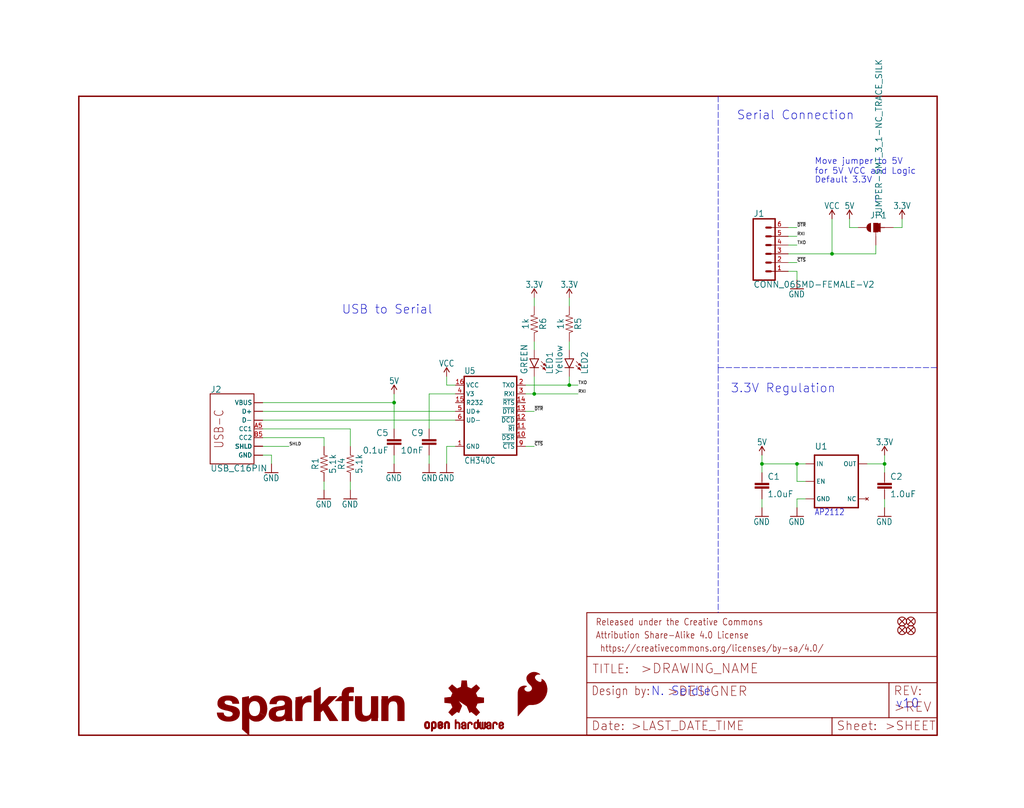
<source format=kicad_sch>
(kicad_sch (version 20211123) (generator eeschema)
  (paper "User" 297.002 234.518)
  (lib_symbols
    (symbol "eagleSchem-eagle-import:0.1UF-0603-25V-(+80{slash}-20%)"
      (property "Reference" "C" (at 1.524 2.921 0))
      (property "Value" "0.1UF-0603-25V-(+80{slash}-20%)" (at 1.524 -2.159 0))
      (symbol "0.1UF-0603-25V-(+80{slash}-20%)_1_0"
        (pin passive line (at 0 5.08 270) (length 2.54) (name "1") (number "1"))
        (pin passive line (at 0 -2.54 90) (length 2.54) (name "2") (number "2"))
      )
    )
    (symbol "eagleSchem-eagle-import:1.0UF-0603-16V-10%"
      (property "Reference" "C" (at 1.524 2.921 0))
      (property "Value" "1.0UF-0603-16V-10%" (at 1.524 -2.159 0))
      (symbol "1.0UF-0603-16V-10%_1_0"
        (pin passive line (at 0 5.08 270) (length 2.54) (name "1") (number "1"))
        (pin passive line (at 0 -2.54 90) (length 2.54) (name "2") (number "2"))
      )
    )
    (symbol "eagleSchem-eagle-import:10NF-0603-50V-10%"
      (property "Reference" "C" (at 1.524 2.921 0))
      (property "Value" "10NF-0603-50V-10%" (at 1.524 -2.159 0))
      (symbol "10NF-0603-50V-10%_1_0"
        (pin passive line (at 0 5.08 270) (length 2.54) (name "1") (number "1"))
        (pin passive line (at 0 -2.54 90) (length 2.54) (name "2") (number "2"))
      )
    )
    (symbol "eagleSchem-eagle-import:1KOHM-0603-1{slash}10W-1%"
      (property "Reference" "R" (at 0 1.524 0))
      (property "Value" "1KOHM-0603-1{slash}10W-1%" (at 0 -1.524 0))
      (symbol "1KOHM-0603-1{slash}10W-1%_1_0"
        (pin passive line (at -5.08 0 0) (length 2.54) (name "1") (number "1"))
        (pin passive line (at 5.08 0 180) (length 2.54) (name "2") (number "2"))
      )
    )
    (symbol "eagleSchem-eagle-import:3.3V" (power)
      (property "Value" "3.3V" (at 0 2.794 0))
      (symbol "3.3V_1_0"
        (pin power_in line (at 0 0 90) (length 2.54) (name "3.3V") (number "1"))
      )
    )
    (symbol "eagleSchem-eagle-import:5.1KOHM5.1KOHM-0603-1{slash}10W-1%"
      (property "Reference" "R" (at 0 1.524 0))
      (property "Value" "5.1KOHM5.1KOHM-0603-1{slash}10W-1%" (at 0 -1.524 0))
      (symbol "5.1KOHM5.1KOHM-0603-1{slash}10W-1%_1_0"
        (pin passive line (at -5.08 0 0) (length 2.54) (name "1") (number "1"))
        (pin passive line (at 5.08 0 180) (length 2.54) (name "2") (number "2"))
      )
    )
    (symbol "eagleSchem-eagle-import:5V" (power)
      (property "Value" "5V" (at 0 2.794 0))
      (symbol "5V_1_0"
        (pin power_in line (at 0 0 90) (length 2.54) (name "5V") (number "1"))
      )
    )
    (symbol "eagleSchem-eagle-import:CH340C"
      (property "Reference" "U" (at -7.62 10.795 0))
      (property "Value" "CH340C" (at -7.62 -15.24 0))
      (symbol "CH340C_1_0"
        (pin bidirectional line (at -10.16 -10.16 0) (length 2.54) (name "GND") (number "1"))
        (pin bidirectional line (at 10.16 -7.62 180) (length 2.54) (name "~{DSR}") (number "10"))
        (pin bidirectional line (at 10.16 -5.08 180) (length 2.54) (name "~{RI}") (number "11"))
        (pin bidirectional line (at 10.16 -2.54 180) (length 2.54) (name "~{DCD}") (number "12"))
        (pin bidirectional line (at 10.16 0 180) (length 2.54) (name "~{DTR}") (number "13"))
        (pin bidirectional line (at 10.16 2.54 180) (length 2.54) (name "~{RTS}") (number "14"))
        (pin bidirectional line (at -10.16 2.54 0) (length 2.54) (name "R232") (number "15"))
        (pin bidirectional line (at -10.16 7.62 0) (length 2.54) (name "VCC") (number "16"))
        (pin bidirectional line (at 10.16 7.62 180) (length 2.54) (name "TXO") (number "2"))
        (pin bidirectional line (at 10.16 5.08 180) (length 2.54) (name "RXI") (number "3"))
        (pin bidirectional line (at -10.16 5.08 0) (length 2.54) (name "V3") (number "4"))
        (pin bidirectional line (at -10.16 0 0) (length 2.54) (name "UD+") (number "5"))
        (pin bidirectional line (at -10.16 -2.54 0) (length 2.54) (name "UD-") (number "6"))
        (pin bidirectional line (at 10.16 -10.16 180) (length 2.54) (name "~{CTS}") (number "9"))
      )
    )
    (symbol "eagleSchem-eagle-import:CONN_06SMD-FEMALE-V2"
      (property "Reference" "J" (at -5.08 10.668 0))
      (property "Value" "CONN_06SMD-FEMALE-V2" (at -5.08 -9.906 0))
      (symbol "CONN_06SMD-FEMALE-V2_1_0"
        (pin passive line (at 5.08 -5.08 180) (length 5.08) (name "1") (number "1"))
        (pin passive line (at 5.08 -2.54 180) (length 5.08) (name "2") (number "2"))
        (pin passive line (at 5.08 0 180) (length 5.08) (name "3") (number "3"))
        (pin passive line (at 5.08 2.54 180) (length 5.08) (name "4") (number "4"))
        (pin passive line (at 5.08 5.08 180) (length 5.08) (name "5") (number "5"))
        (pin passive line (at 5.08 7.62 180) (length 5.08) (name "6") (number "6"))
      )
    )
    (symbol "eagleSchem-eagle-import:FIDUCIAL1X2")
    (symbol "eagleSchem-eagle-import:FRAME-LETTER"
      (symbol "FRAME-LETTER_2_0"
        (text " https://creativecommons.org/licenses/by-sa/4.0/" (at 2.54 24.13 0) (effects (font (size 1.9304 1.6408)) (justify left bottom)))
        (text ">DESIGNER" (at 23.114 11.176 0) (effects (font (size 2.7432 2.7432)) (justify left bottom)))
        (text ">DRAWING_NAME" (at 15.494 17.78 0) (effects (font (size 2.7432 2.7432)) (justify left bottom)))
        (text ">LAST_DATE_TIME" (at 12.7 1.27 0) (effects (font (size 2.54 2.54)) (justify left bottom)))
        (text ">REV" (at 88.9 6.604 0) (effects (font (size 2.7432 2.7432)) (justify left bottom)))
        (text ">SHEET" (at 86.36 1.27 0) (effects (font (size 2.54 2.54)) (justify left bottom)))
        (text "Attribution Share-Alike 4.0 License" (at 2.54 27.94 0) (effects (font (size 1.9304 1.6408)) (justify left bottom)))
        (text "Date:" (at 1.27 1.27 0) (effects (font (size 2.54 2.54)) (justify left bottom)))
        (text "Design by:" (at 1.27 11.43 0) (effects (font (size 2.54 2.159)) (justify left bottom)))
        (text "Released under the Creative Commons" (at 2.54 31.75 0) (effects (font (size 1.9304 1.6408)) (justify left bottom)))
        (text "REV:" (at 88.9 11.43 0) (effects (font (size 2.54 2.54)) (justify left bottom)))
        (text "Sheet:" (at 72.39 1.27 0) (effects (font (size 2.54 2.54)) (justify left bottom)))
        (text "TITLE:" (at 1.524 17.78 0) (effects (font (size 2.54 2.54)) (justify left bottom)))
      )
    )
    (symbol "eagleSchem-eagle-import:GND" (power)
      (property "Value" "GND" (at 0 -0.254 0))
      (symbol "GND_1_0"
        (pin power_in line (at 0 2.54 270) (length 2.54) (name "GND") (number "1"))
      )
    )
    (symbol "eagleSchem-eagle-import:JUMPER-SMT_3_1-NC_TRACE_SILK"
      (property "Reference" "JP" (at 2.54 0.381 0))
      (property "Value" "JUMPER-SMT_3_1-NC_TRACE_SILK" (at 2.54 -0.381 0))
      (symbol "JUMPER-SMT_3_1-NC_TRACE_SILK_1_0"
        (pin passive line (at 0 5.08 270) (length 2.54) (name "1") (number "1"))
        (pin passive line (at -5.08 0 0) (length 2.54) (name "2") (number "2"))
        (pin passive line (at 0 -5.08 90) (length 2.54) (name "3") (number "3"))
      )
    )
    (symbol "eagleSchem-eagle-import:LED-GREEN0603"
      (property "Reference" "D" (at -3.429 -4.572 90))
      (property "Value" "LED-GREEN0603" (at 1.905 -4.572 90))
      (symbol "LED-GREEN0603_1_0"
        (pin passive line (at 0 2.54 270) (length 2.54) (name "A") (number "A"))
        (pin passive line (at 0 -5.08 90) (length 2.54) (name "C") (number "C"))
      )
    )
    (symbol "eagleSchem-eagle-import:LED-YELLOW0603"
      (property "Reference" "D" (at -3.429 -4.572 90))
      (property "Value" "LED-YELLOW0603" (at 1.905 -4.572 90))
      (symbol "LED-YELLOW0603_1_0"
        (pin passive line (at 0 2.54 270) (length 2.54) (name "A") (number "A"))
        (pin passive line (at 0 -5.08 90) (length 2.54) (name "C") (number "C"))
      )
    )
    (symbol "eagleSchem-eagle-import:OSHW-LOGOS")
    (symbol "eagleSchem-eagle-import:SFE_LOGO_FLAME.1_INCH")
    (symbol "eagleSchem-eagle-import:SFE_LOGO_NAME.1_INCH")
    (symbol "eagleSchem-eagle-import:USB_C16PIN"
      (property "Reference" "J" (at -2.54 10.414 0))
      (property "Value" "USB_C16PIN" (at -2.54 -12.446 0))
      (symbol "USB_C16PIN_1_0"
        (text "USB-C" (at 0 0 900) (effects (font (size 2.54 2.159))))
        (pin bidirectional line (at 12.7 0 180) (length 2.54) (name "CC1") (number "A5"))
        (pin bidirectional line (at 12.7 5.08 180) (length 2.54) (name "D+") (number "A6"))
        (pin bidirectional line (at 12.7 2.54 180) (length 2.54) (name "D-") (number "A7"))
        (pin bidirectional line (at 12.7 -2.54 180) (length 2.54) (name "CC2") (number "B5"))
        (pin bidirectional line (at 12.7 5.08 180) (length 2.54) (name "D+") (number "B6"))
        (pin bidirectional line (at 12.7 2.54 180) (length 2.54) (name "D-") (number "B7"))
        (pin bidirectional line (at 12.7 -7.62 180) (length 2.54) (name "GND") (number "GND"))
        (pin bidirectional line (at 12.7 -7.62 180) (length 2.54) (name "GND") (number "GND2"))
        (pin bidirectional line (at 12.7 -5.08 180) (length 2.54) (name "SHLD") (number "SHLD1"))
        (pin bidirectional line (at 12.7 -5.08 180) (length 2.54) (name "SHLD") (number "SHLD2"))
        (pin bidirectional line (at 12.7 -5.08 180) (length 2.54) (name "SHLD") (number "SHLD3"))
        (pin bidirectional line (at 12.7 -5.08 180) (length 2.54) (name "SHLD") (number "SHLD4"))
        (pin bidirectional line (at 12.7 -5.08 180) (length 2.54) (name "SHLD") (number "SHLD5"))
        (pin bidirectional line (at 12.7 -5.08 180) (length 2.54) (name "SHLD") (number "SHLD6"))
        (pin bidirectional line (at 12.7 -5.08 180) (length 2.54) (name "SHLD") (number "SHLD7"))
        (pin bidirectional line (at 12.7 -5.08 180) (length 2.54) (name "SHLD") (number "SHLD8"))
        (pin bidirectional line (at 12.7 7.62 180) (length 2.54) (name "VBUS") (number "VBUS1"))
        (pin bidirectional line (at 12.7 7.62 180) (length 2.54) (name "VBUS") (number "VBUS2"))
      )
    )
    (symbol "eagleSchem-eagle-import:VCC" (power)
      (property "Value" "VCC" (at 0 2.794 0))
      (symbol "VCC_1_0"
        (pin power_in line (at 0 0 90) (length 2.54) (name "VCC") (number "1"))
      )
    )
    (symbol "eagleSchem-eagle-import:V_REG_AP2112K-3.3V"
      (property "Reference" "U" (at -7.62 7.874 0))
      (property "Value" "V_REG_AP2112K-3.3V" (at -7.62 -7.874 0))
      (symbol "V_REG_AP2112K-3.3V_1_0"
        (pin input line (at -10.16 5.08 0) (length 2.54) (name "IN") (number "1"))
        (pin input line (at -10.16 -5.08 0) (length 2.54) (name "GND") (number "2"))
        (pin input line (at -10.16 0 0) (length 2.54) (name "EN") (number "3"))
        (pin no_connect line (at 7.62 -5.08 180) (length 2.54) (name "NC") (number "4"))
        (pin passive line (at 7.62 5.08 180) (length 2.54) (name "OUT") (number "5"))
      )
    )
  )
  (junction (at 114.3 116.84))
  (junction (at 231.14 134.62))
  (junction (at 220.98 134.62))
  (junction (at 256.54 134.62))
  (junction (at 165.1 111.76))
  (junction (at 154.94 114.3))
  (junction (at 241.3 73.66))
  (wire (pts (xy 152.4 114.3) (xy 154.94 114.3)))
  (wire (pts (xy 233.68 144.78) (xy 231.14 144.78)))
  (wire (pts (xy 231.14 134.62) (xy 233.68 134.62)))
  (wire (pts (xy 114.3 124.46) (xy 114.3 116.84)))
  (wire (pts (xy 259.08 66.04) (xy 261.62 66.04)))
  (wire (pts (xy 231.14 134.62) (xy 220.98 134.62)))
  (wire (pts (xy 165.1 111.76) (xy 152.4 111.76)))
  (wire (pts (xy 132.08 129.54) (xy 129.54 129.54)))
  (wire (pts (xy 228.6 68.58) (xy 231.14 68.58)))
  (wire (pts (xy 76.2 132.08) (xy 78.74 132.08)))
  (wire (pts (xy 254 73.66) (xy 254 71.12)))
  (wire (pts (xy 220.98 137.16) (xy 220.98 134.62)))
  (wire (pts (xy 76.2 124.46) (xy 101.6 124.46)))
  (wire (pts (xy 76.2 116.84) (xy 114.3 116.84)))
  (wire (pts (xy 256.54 134.62) (xy 251.46 134.62)))
  (wire (pts (xy 261.62 66.04) (xy 261.62 63.5)))
  (wire (pts (xy 154.94 114.3) (xy 167.64 114.3)))
  (wire (pts (xy 228.6 76.2) (xy 231.14 76.2)))
  (wire (pts (xy 114.3 134.62) (xy 114.3 132.08)))
  (wire (pts (xy 220.98 147.32) (xy 220.98 144.78)))
  (wire (pts (xy 256.54 147.32) (xy 256.54 144.78)))
  (wire (pts (xy 165.1 109.22) (xy 165.1 111.76)))
  (wire (pts (xy 231.14 139.7) (xy 231.14 134.62)))
  (polyline (pts (xy 208.28 106.68) (xy 208.28 177.8)))
  (wire (pts (xy 101.6 129.54) (xy 101.6 124.46)))
  (wire (pts (xy 154.94 109.22) (xy 154.94 114.3)))
  (wire (pts (xy 228.6 78.74) (xy 231.14 78.74)))
  (wire (pts (xy 256.54 132.08) (xy 256.54 134.62)))
  (wire (pts (xy 76.2 129.54) (xy 83.82 129.54)))
  (wire (pts (xy 246.38 66.04) (xy 246.38 63.5)))
  (wire (pts (xy 132.08 114.3) (xy 124.46 114.3)))
  (polyline (pts (xy 208.28 106.68) (xy 271.78 106.68)))
  (wire (pts (xy 124.46 134.62) (xy 124.46 132.08)))
  (wire (pts (xy 228.6 66.04) (xy 231.14 66.04)))
  (polyline (pts (xy 208.28 27.94) (xy 208.28 106.68)))
  (wire (pts (xy 129.54 111.76) (xy 129.54 109.22)))
  (wire (pts (xy 154.94 86.36) (xy 154.94 88.9)))
  (wire (pts (xy 93.98 142.24) (xy 93.98 139.7)))
  (wire (pts (xy 101.6 142.24) (xy 101.6 139.7)))
  (wire (pts (xy 231.14 81.28) (xy 231.14 78.74)))
  (wire (pts (xy 233.68 139.7) (xy 231.14 139.7)))
  (wire (pts (xy 124.46 114.3) (xy 124.46 124.46)))
  (wire (pts (xy 165.1 86.36) (xy 165.1 88.9)))
  (wire (pts (xy 165.1 99.06) (xy 165.1 101.6)))
  (wire (pts (xy 152.4 119.38) (xy 154.94 119.38)))
  (wire (pts (xy 152.4 129.54) (xy 154.94 129.54)))
  (wire (pts (xy 154.94 99.06) (xy 154.94 101.6)))
  (wire (pts (xy 78.74 132.08) (xy 78.74 134.62)))
  (wire (pts (xy 93.98 127) (xy 93.98 129.54)))
  (wire (pts (xy 256.54 134.62) (xy 256.54 137.16)))
  (polyline (pts (xy 254 58.42) (xy 254 55.88)))
  (wire (pts (xy 231.14 144.78) (xy 231.14 147.32)))
  (wire (pts (xy 220.98 132.08) (xy 220.98 134.62)))
  (wire (pts (xy 76.2 119.38) (xy 132.08 119.38)))
  (wire (pts (xy 228.6 73.66) (xy 241.3 73.66)))
  (wire (pts (xy 167.64 111.76) (xy 165.1 111.76)))
  (wire (pts (xy 132.08 111.76) (xy 129.54 111.76)))
  (wire (pts (xy 129.54 129.54) (xy 129.54 134.62)))
  (wire (pts (xy 114.3 116.84) (xy 114.3 114.3)))
  (wire (pts (xy 248.92 66.04) (xy 246.38 66.04)))
  (wire (pts (xy 241.3 63.5) (xy 241.3 73.66)))
  (wire (pts (xy 228.6 71.12) (xy 231.14 71.12)))
  (wire (pts (xy 241.3 73.66) (xy 254 73.66)))
  (wire (pts (xy 76.2 127) (xy 93.98 127)))
  (wire (pts (xy 76.2 121.92) (xy 132.08 121.92)))
  (text "N. Seidle" (at 188.722 202.184 180) (effects (font (size 2.54 2.54)) (justify left bottom)))
  (text "Move jumper to 5V\nfor 5V VCC and Logic" (at 236.22 50.8 180) (effects (font (size 1.778 1.778)) (justify left bottom)))
  (text "Serial Connection" (at 213.614 35.052 180) (effects (font (size 2.54 2.54)) (justify left bottom)))
  (text "Default 3.3V" (at 236.22 53.34 180) (effects (font (size 1.778 1.778)) (justify left bottom)))
  (text "v10" (at 266.7 205.74 180) (effects (font (size 2.54 2.54)) (justify right bottom)))
  (text "USB to Serial" (at 99.06 91.44 180) (effects (font (size 2.54 2.54)) (justify left bottom)))
  (text "3.3V Regulation" (at 211.836 114.3 180) (effects (font (size 2.54 2.54)) (justify left bottom)))
  (text "AP2112" (at 236.22 149.86 180) (effects (font (size 1.778 1.5113)) (justify left bottom)))
  (label "~{CTS}" (at 231.14 76.2 0) (effects (font (size 0.889 0.889))))
  (label "RXI" (at 231.14 68.58 0) (effects (font (size 0.889 0.889))))
  (label "SHLD" (at 83.82 129.54 0) (effects (font (size 0.889 0.889))))
  (label "TXO" (at 167.64 111.76 0) (effects (font (size 0.889 0.889))))
  (label "~{DTR}" (at 231.14 66.04 0) (effects (font (size 0.889 0.889))))
  (label "~{CTS}" (at 154.94 129.54 0) (effects (font (size 0.889 0.889))))
  (label "TXO" (at 231.14 71.12 0) (effects (font (size 0.889 0.889))))
  (label "~{DTR}" (at 154.94 119.38 0) (effects (font (size 0.889 0.889))))
  (label "RXI" (at 167.64 114.3 0) (effects (font (size 0.889 0.889))))
  (symbol (lib_id "eagleSchem-eagle-import:GND") (at 124.46 137.16 0) (mirror y) (unit 1)
    (property "Reference" "#GND19" (effects hide))
    (property "Value" "GND" (at 127 139.7 0) (effects (font (size 1.778 1.5113)) (justify left bottom)))
    (property "Footprint" "eagleSchem:" (effects hide))
  )
  (symbol (lib_id "eagleSchem-eagle-import:GND") (at 220.98 149.86 0) (unit 1)
    (property "Reference" "#GND6" (effects hide))
    (property "Value" "GND" (at 218.44 152.4 0) (effects (font (size 1.778 1.5113)) (justify left bottom)))
    (property "Footprint" "eagleSchem:" (effects hide))
  )
  (symbol (lib_id "eagleSchem-eagle-import:1.0UF-0603-16V-10%") (at 220.98 142.24 0) (unit 1)
    (property "Reference" "C1" (at 222.504 139.319 0) (effects (font (size 1.778 1.778)) (justify left bottom)))
    (property "Value" "1.0uF" (at 222.504 144.399 0) (effects (font (size 1.778 1.778)) (justify left bottom)))
    (property "Footprint" "eagleSchem:0603" (effects hide))
  )
  (symbol (lib_id "eagleSchem-eagle-import:1KOHM-0603-1{slash}10W-1%") (at 165.1 93.98 270) (mirror x) (unit 1)
    (property "Reference" "R5" (at 166.624 93.98 0) (effects (font (size 1.778 1.778)) (justify bottom)))
    (property "Value" "1k" (at 163.576 93.98 0) (effects (font (size 1.778 1.778)) (justify top)))
    (property "Footprint" "eagleSchem:0603" (effects hide))
  )
  (symbol (lib_id "eagleSchem-eagle-import:OSHW-LOGOS") (at 134.62 203.2 0) (unit 1)
    (property "Reference" "LOGO1" (effects hide))
    (property "Value" "OSHW-LOGOS" (effects hide))
    (property "Footprint" "eagleSchem:OSHW-LOGO-S" (effects hide))
  )
  (symbol (lib_id "eagleSchem-eagle-import:GND") (at 256.54 149.86 0) (unit 1)
    (property "Reference" "#GND5" (effects hide))
    (property "Value" "GND" (at 254 152.4 0) (effects (font (size 1.778 1.5113)) (justify left bottom)))
    (property "Footprint" "eagleSchem:" (effects hide))
  )
  (symbol (lib_id "eagleSchem-eagle-import:VCC") (at 241.3 63.5 0) (unit 1)
    (property "Reference" "#SUPPLY4" (effects hide))
    (property "Value" "VCC" (at 241.3 60.706 0) (effects (font (size 1.778 1.5113)) (justify bottom)))
    (property "Footprint" "eagleSchem:" (effects hide))
  )
  (symbol (lib_id "eagleSchem-eagle-import:FRAME-LETTER") (at 170.18 213.36 0) (unit 2)
    (property "Reference" "FRAME1" (effects hide))
    (property "Value" "FRAME-LETTER" (effects hide))
    (property "Footprint" "eagleSchem:CREATIVE_COMMONS" (effects hide))
  )
  (symbol (lib_id "eagleSchem-eagle-import:3.3V") (at 261.62 63.5 0) (unit 1)
    (property "Reference" "#SUPPLY9" (effects hide))
    (property "Value" "3.3V" (at 261.62 60.706 0) (effects (font (size 1.778 1.5113)) (justify bottom)))
    (property "Footprint" "eagleSchem:" (effects hide))
  )
  (symbol (lib_id "eagleSchem-eagle-import:5.1KOHM5.1KOHM-0603-1{slash}10W-1%") (at 93.98 134.62 90) (unit 1)
    (property "Reference" "R1" (at 92.456 134.62 0) (effects (font (size 1.778 1.778)) (justify bottom)))
    (property "Value" "5.1k" (at 95.504 134.62 0) (effects (font (size 1.778 1.778)) (justify top)))
    (property "Footprint" "eagleSchem:0603" (effects hide))
  )
  (symbol (lib_id "eagleSchem-eagle-import:GND") (at 93.98 144.78 0) (unit 1)
    (property "Reference" "#GND11" (effects hide))
    (property "Value" "GND" (at 91.44 147.32 0) (effects (font (size 1.778 1.5113)) (justify left bottom)))
    (property "Footprint" "eagleSchem:" (effects hide))
  )
  (symbol (lib_id "eagleSchem-eagle-import:1KOHM-0603-1{slash}10W-1%") (at 154.94 93.98 270) (mirror x) (unit 1)
    (property "Reference" "R6" (at 156.464 93.98 0) (effects (font (size 1.778 1.778)) (justify bottom)))
    (property "Value" "1k" (at 153.416 93.98 0) (effects (font (size 1.778 1.778)) (justify top)))
    (property "Footprint" "eagleSchem:0603" (effects hide))
  )
  (symbol (lib_id "eagleSchem-eagle-import:GND") (at 231.14 149.86 0) (unit 1)
    (property "Reference" "#GND9" (effects hide))
    (property "Value" "GND" (at 228.6 152.4 0) (effects (font (size 1.778 1.5113)) (justify left bottom)))
    (property "Footprint" "eagleSchem:" (effects hide))
  )
  (symbol (lib_id "eagleSchem-eagle-import:5V") (at 114.3 114.3 0) (unit 1)
    (property "Reference" "#SUPPLY1" (effects hide))
    (property "Value" "5V" (at 114.3 111.506 0) (effects (font (size 1.778 1.5113)) (justify bottom)))
    (property "Footprint" "eagleSchem:" (effects hide))
  )
  (symbol (lib_id "eagleSchem-eagle-import:SFE_LOGO_NAME.1_INCH") (at 60.96 213.36 0) (unit 1)
    (property "Reference" "LOGO3" (effects hide))
    (property "Value" "SFE_LOGO_NAME.1_INCH" (effects hide))
    (property "Footprint" "eagleSchem:SFE_LOGO_NAME_.1" (effects hide))
  )
  (symbol (lib_id "eagleSchem-eagle-import:3.3V") (at 256.54 132.08 0) (unit 1)
    (property "Reference" "#SUPPLY10" (effects hide))
    (property "Value" "3.3V" (at 256.54 129.286 0) (effects (font (size 1.778 1.5113)) (justify bottom)))
    (property "Footprint" "eagleSchem:" (effects hide))
  )
  (symbol (lib_id "eagleSchem-eagle-import:5V") (at 220.98 132.08 0) (unit 1)
    (property "Reference" "#SUPPLY8" (effects hide))
    (property "Value" "5V" (at 220.98 129.286 0) (effects (font (size 1.778 1.5113)) (justify bottom)))
    (property "Footprint" "eagleSchem:" (effects hide))
  )
  (symbol (lib_id "eagleSchem-eagle-import:GND") (at 231.14 83.82 0) (unit 1)
    (property "Reference" "#GND1" (effects hide))
    (property "Value" "GND" (at 228.6 86.36 0) (effects (font (size 1.778 1.5113)) (justify left bottom)))
    (property "Footprint" "eagleSchem:" (effects hide))
  )
  (symbol (lib_id "eagleSchem-eagle-import:3.3V") (at 165.1 86.36 0) (unit 1)
    (property "Reference" "#SUPPLY14" (effects hide))
    (property "Value" "3.3V" (at 165.1 83.566 0) (effects (font (size 1.778 1.5113)) (justify bottom)))
    (property "Footprint" "eagleSchem:" (effects hide))
  )
  (symbol (lib_id "eagleSchem-eagle-import:0.1UF-0603-25V-(+80{slash}-20%)") (at 114.3 129.54 0) (mirror y) (unit 1)
    (property "Reference" "C5" (at 112.776 126.619 0) (effects (font (size 1.778 1.778)) (justify left bottom)))
    (property "Value" "0.1uF" (at 112.776 131.699 0) (effects (font (size 1.778 1.778)) (justify left bottom)))
    (property "Footprint" "eagleSchem:0603" (effects hide))
  )
  (symbol (lib_id "eagleSchem-eagle-import:10NF-0603-50V-10%") (at 124.46 129.54 0) (mirror y) (unit 1)
    (property "Reference" "C9" (at 122.936 126.619 0) (effects (font (size 1.778 1.778)) (justify left bottom)))
    (property "Value" "10nF" (at 122.936 131.699 0) (effects (font (size 1.778 1.778)) (justify left bottom)))
    (property "Footprint" "eagleSchem:0603" (effects hide))
  )
  (symbol (lib_id "eagleSchem-eagle-import:GND") (at 78.74 137.16 0) (unit 1)
    (property "Reference" "#GND2" (effects hide))
    (property "Value" "GND" (at 76.2 139.7 0) (effects (font (size 1.778 1.5113)) (justify left bottom)))
    (property "Footprint" "eagleSchem:" (effects hide))
  )
  (symbol (lib_id "eagleSchem-eagle-import:USB_C16PIN") (at 63.5 124.46 0) (unit 1)
    (property "Reference" "J2" (at 60.96 114.046 0) (effects (font (size 1.778 1.778)) (justify left bottom)))
    (property "Value" "USB_C16PIN" (at 60.96 136.906 0) (effects (font (size 1.778 1.778)) (justify left bottom)))
    (property "Footprint" "eagleSchem:USB-C-16P" (effects hide))
  )
  (symbol (lib_id "eagleSchem-eagle-import:LED-YELLOW0603") (at 165.1 104.14 0) (mirror y) (unit 1)
    (property "Reference" "LED2" (at 168.529 108.712 90) (effects (font (size 1.778 1.778)) (justify left bottom)))
    (property "Value" "Yellow" (at 163.195 108.712 90) (effects (font (size 1.778 1.778)) (justify left top)))
    (property "Footprint" "eagleSchem:LED-0603" (effects hide))
  )
  (symbol (lib_id "eagleSchem-eagle-import:FIDUCIAL1X2") (at 261.62 180.34 0) (unit 1)
    (property "Reference" "JP5" (effects hide))
    (property "Value" "FIDUCIAL1X2" (effects hide))
    (property "Footprint" "eagleSchem:FIDUCIAL-1X2" (effects hide))
  )
  (symbol (lib_id "eagleSchem-eagle-import:VCC") (at 129.54 109.22 0) (unit 1)
    (property "Reference" "#SUPPLY2" (effects hide))
    (property "Value" "VCC" (at 129.54 106.426 0) (effects (font (size 1.778 1.5113)) (justify bottom)))
    (property "Footprint" "eagleSchem:" (effects hide))
  )
  (symbol (lib_id "eagleSchem-eagle-import:CONN_06SMD-FEMALE-V2") (at 223.52 73.66 0) (unit 1)
    (property "Reference" "J1" (at 218.44 62.992 0) (effects (font (size 1.778 1.778)) (justify left bottom)))
    (property "Value" "CONN_06SMD-FEMALE-V2" (at 218.44 83.566 0) (effects (font (size 1.778 1.778)) (justify left bottom)))
    (property "Footprint" "eagleSchem:1X06-SMD-FEMALE" (effects hide))
  )
  (symbol (lib_id "eagleSchem-eagle-import:3.3V") (at 154.94 86.36 0) (unit 1)
    (property "Reference" "#SUPPLY15" (effects hide))
    (property "Value" "3.3V" (at 154.94 83.566 0) (effects (font (size 1.778 1.5113)) (justify bottom)))
    (property "Footprint" "eagleSchem:" (effects hide))
  )
  (symbol (lib_id "eagleSchem-eagle-import:GND") (at 101.6 144.78 0) (unit 1)
    (property "Reference" "#GND12" (effects hide))
    (property "Value" "GND" (at 99.06 147.32 0) (effects (font (size 1.778 1.5113)) (justify left bottom)))
    (property "Footprint" "eagleSchem:" (effects hide))
  )
  (symbol (lib_id "eagleSchem-eagle-import:LED-GREEN0603") (at 154.94 104.14 0) (mirror y) (unit 1)
    (property "Reference" "LED1" (at 158.369 108.712 90) (effects (font (size 1.778 1.778)) (justify left bottom)))
    (property "Value" "GREEN" (at 153.035 108.712 90) (effects (font (size 1.778 1.778)) (justify left top)))
    (property "Footprint" "eagleSchem:LED-0603" (effects hide))
  )
  (symbol (lib_id "eagleSchem-eagle-import:GND") (at 114.3 137.16 0) (unit 1)
    (property "Reference" "#GND14" (effects hide))
    (property "Value" "GND" (at 111.76 139.7 0) (effects (font (size 1.778 1.5113)) (justify left bottom)))
    (property "Footprint" "eagleSchem:" (effects hide))
  )
  (symbol (lib_id "eagleSchem-eagle-import:FIDUCIAL1X2") (at 261.62 182.88 0) (unit 1)
    (property "Reference" "JP3" (effects hide))
    (property "Value" "FIDUCIAL1X2" (effects hide))
    (property "Footprint" "eagleSchem:FIDUCIAL-1X2" (effects hide))
  )
  (symbol (lib_id "eagleSchem-eagle-import:1.0UF-0603-16V-10%") (at 256.54 142.24 0) (unit 1)
    (property "Reference" "C2" (at 258.064 139.319 0) (effects (font (size 1.778 1.778)) (justify left bottom)))
    (property "Value" "1.0uF" (at 258.064 144.399 0) (effects (font (size 1.778 1.778)) (justify left bottom)))
    (property "Footprint" "eagleSchem:0603" (effects hide))
  )
  (symbol (lib_id "eagleSchem-eagle-import:V_REG_AP2112K-3.3V") (at 243.84 139.7 0) (unit 1)
    (property "Reference" "U1" (at 236.22 130.556 0) (effects (font (size 1.778 1.778)) (justify left bottom)))
    (property "Value" "3.3V" (effects hide))
    (property "Footprint" "eagleSchem:SOT23-5" (effects hide))
  )
  (symbol (lib_id "eagleSchem-eagle-import:SFE_LOGO_FLAME.1_INCH") (at 149.86 208.28 0) (unit 1)
    (property "Reference" "LOGO2" (effects hide))
    (property "Value" "SFE_LOGO_FLAME.1_INCH" (effects hide))
    (property "Footprint" "eagleSchem:SFE_LOGO_FLAME_.1" (effects hide))
  )
  (symbol (lib_id "eagleSchem-eagle-import:CH340C") (at 142.24 119.38 0) (unit 1)
    (property "Reference" "U5" (at 134.62 108.585 0) (effects (font (size 1.778 1.5113)) (justify left bottom)))
    (property "Value" "CH340C" (at 134.62 134.62 0) (effects (font (size 1.778 1.5113)) (justify left bottom)))
    (property "Footprint" "eagleSchem:SO016" (effects hide))
  )
  (symbol (lib_id "eagleSchem-eagle-import:FIDUCIAL1X2") (at 264.16 180.34 0) (unit 1)
    (property "Reference" "JP6" (effects hide))
    (property "Value" "FIDUCIAL1X2" (effects hide))
    (property "Footprint" "eagleSchem:FIDUCIAL-1X2" (effects hide))
  )
  (symbol (lib_id "eagleSchem-eagle-import:FIDUCIAL1X2") (at 264.16 182.88 0) (unit 1)
    (property "Reference" "JP4" (effects hide))
    (property "Value" "FIDUCIAL1X2" (effects hide))
    (property "Footprint" "eagleSchem:FIDUCIAL-1X2" (effects hide))
  )
  (symbol (lib_id "eagleSchem-eagle-import:5V") (at 246.38 63.5 0) (unit 1)
    (property "Reference" "#SUPPLY6" (effects hide))
    (property "Value" "5V" (at 246.38 60.706 0) (effects (font (size 1.778 1.5113)) (justify bottom)))
    (property "Footprint" "eagleSchem:" (effects hide))
  )
  (symbol (lib_id "eagleSchem-eagle-import:GND") (at 129.54 137.16 0) (unit 1)
    (property "Reference" "#GND18" (effects hide))
    (property "Value" "GND" (at 127 139.7 0) (effects (font (size 1.778 1.5113)) (justify left bottom)))
    (property "Footprint" "eagleSchem:" (effects hide))
  )
  (symbol (lib_id "eagleSchem-eagle-import:FRAME-LETTER") (at 22.86 213.36 0) (unit 1)
    (property "Reference" "FRAME1" (effects hide))
    (property "Value" "FRAME-LETTER" (effects hide))
    (property "Footprint" "eagleSchem:CREATIVE_COMMONS" (effects hide))
  )
  (symbol (lib_id "eagleSchem-eagle-import:JUMPER-SMT_3_1-NC_TRACE_SILK") (at 254 66.04 90) (unit 1)
    (property "Reference" "JP1" (at 252.222 63.5 90) (effects (font (size 1.778 1.778)) (justify right top)))
    (property "Value" "JUMPER-SMT_3_1-NC_TRACE_SILK" (at 255.905 63.5 0) (effects (font (size 1.778 1.778)) (justify left bottom)))
    (property "Footprint" "eagleSchem:SMT-JUMPER_3_1-NC_TRACE_SILK" (effects hide))
  )
  (symbol (lib_id "eagleSchem-eagle-import:5.1KOHM5.1KOHM-0603-1{slash}10W-1%") (at 101.6 134.62 90) (unit 1)
    (property "Reference" "R4" (at 100.076 134.62 0) (effects (font (size 1.778 1.778)) (justify bottom)))
    (property "Value" "5.1k" (at 103.124 134.62 0) (effects (font (size 1.778 1.778)) (justify top)))
    (property "Footprint" "eagleSchem:0603" (effects hide))
  )
)
</source>
